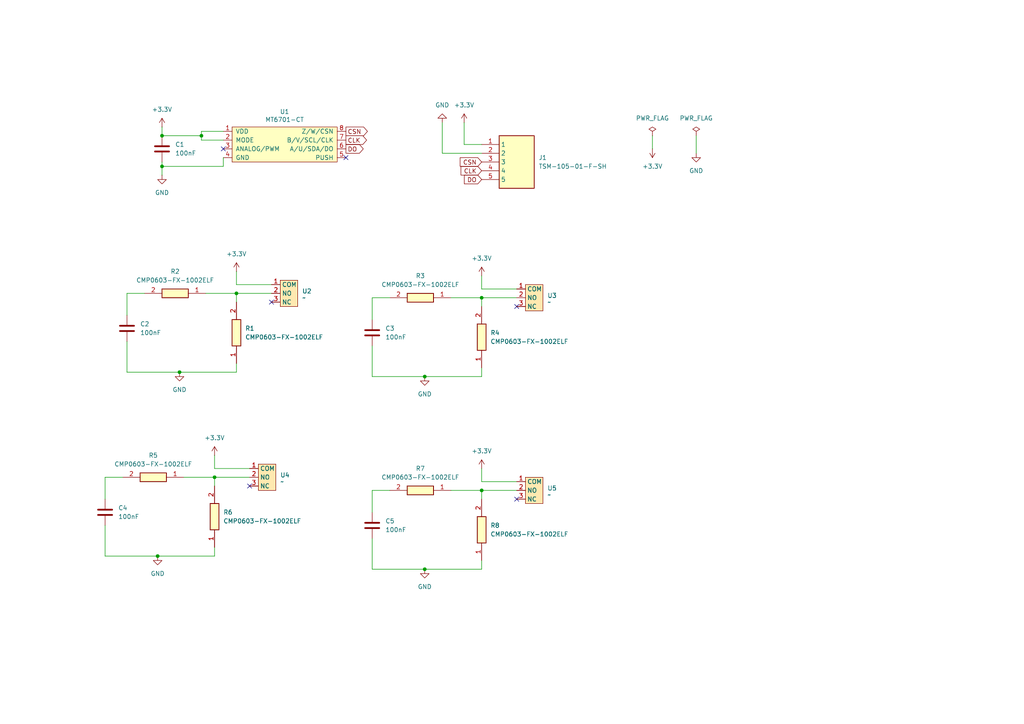
<source format=kicad_sch>
(kicad_sch (version 20231120) (generator "eeschema") (generator_version "8.0")
  (paper "A4")
  (lib_symbols
    (symbol "Device:C" (pin_numbers hide) (pin_names (offset 0.254))
      (property "Reference" "C" (at 0.635 2.54 0))
      (property "Value" "C" (at 0.635 -2.54 0))
      (symbol "C_0_1"
        (polyline (pts (xy -2.032 -0.762) (xy 2.032 -0.762)) (stroke (width 0.508)))
        (polyline (pts (xy -2.032 0.762) (xy 2.032 0.762)) (stroke (width 0.508)))
      )
      (symbol "C_1_1"
        (pin passive line (at 0 3.81 270) (length 2.794) (name "~") (number "1"))
        (pin passive line (at 0 -3.81 90) (length 2.794) (name "~") (number "2"))
      )
    )
    (symbol "MagnTek:MT6701-CT" (pin_names (offset 1.016))
      (property "Reference" "U" (at -12.7 6.35 0))
      (property "Value" "MT6701-CT" (at 0 6.35 0))
      (symbol "MT6701-CT_0_1"
        (rectangle (start -13.97 5.08) (end 16.51 -5.08) (fill (type background)))
      )
      (symbol "MT6701-CT_1_1"
        (pin power_in line (at -16.51 3.81 0) (length 2.54) (name "VDD") (number "1"))
        (pin input line (at -16.51 1.27 0) (length 2.54) (name "MODE") (number "2"))
        (pin output line (at -16.51 -1.27 0) (length 2.54) (name "ANALOG/PWM") (number "3"))
        (pin power_in line (at -16.51 -3.81 0) (length 2.54) (name "GND") (number "4"))
        (pin output line (at 19.05 -3.81 180) (length 2.54) (name "PUSH") (number "5"))
        (pin bidirectional line (at 19.05 -1.27 180) (length 2.54) (name "A/U/SDA/DO") (number "6"))
        (pin bidirectional line (at 19.05 1.27 180) (length 2.54) (name "B/V/SCL/CLK") (number "7"))
        (pin bidirectional line (at 19.05 3.81 180) (length 2.54) (name "Z/W/CSN") (number "8"))
      )
    )
    (symbol "SamacSys_Parts:CMP0603-FX-1002ELF" (pin_names hide)
      (property "Reference" "R" (at 13.97 6.35 0))
      (property "Value" "CMP0603-FX-1002ELF" (at 13.97 3.81 0))
      (symbol "CMP0603-FX-1002ELF_1_1"
        (rectangle (start 5.08 1.27) (end 12.7 -1.27) (stroke (width 0.254)) (fill (type background)))
        (pin passive line (at 0 0 0) (length 5.08) (name "1") (number "1"))
        (pin passive line (at 17.78 0 180) (length 5.08) (name "2") (number "2"))
      )
    )
    (symbol "SamacSys_Parts:TSM-105-01-F-SH"
      (property "Reference" "J" (at 16.51 7.62 0))
      (property "Value" "TSM-105-01-F-SH" (at 16.51 5.08 0))
      (symbol "TSM-105-01-F-SH_1_1"
        (rectangle (start 5.08 2.54) (end 15.24 -12.7) (stroke (width 0.254)) (fill (type background)))
        (pin passive line (at 0 0 0) (length 5.08) (name "1") (number "1"))
        (pin passive line (at 0 -2.54 0) (length 5.08) (name "2") (number "2"))
        (pin passive line (at 0 -5.08 0) (length 5.08) (name "3") (number "3"))
        (pin passive line (at 0 -7.62 0) (length 5.08) (name "4") (number "4"))
        (pin passive line (at 0 -10.16 0) (length 5.08) (name "5") (number "5"))
      )
    )
    (symbol "SamacSys_Parts:microswitch"
      (property "Reference" "U" (at 7.366 6.096 0))
      (symbol "microswitch_1_1"
        (rectangle (start 5.08 5.08) (end 10.16 -2.54) (fill (type color) (color 255 233 176 1)))
        (pin input line (at 2.54 3.81 0) (length 2.54) (name "COM") (number "1"))
        (pin input line (at 2.54 1.27 0) (length 2.54) (name "NO") (number "2"))
        (pin input line (at 2.54 -1.27 0) (length 2.54) (name "NC") (number "3"))
      )
    )
    (symbol "power:+3.3V" (power) (pin_numbers hide) (pin_names (offset 0) hide)
      (property "Value" "+3.3V" (at 0 3.556 0))
      (symbol "+3.3V_0_1"
        (polyline (pts (xy -0.762 1.27) (xy 0 2.54)))
        (polyline (pts (xy 0 0) (xy 0 2.54)))
        (polyline (pts (xy 0 2.54) (xy 0.762 1.27)))
      )
      (symbol "+3.3V_1_1"
        (pin power_in line (at 0 0 90) (length 0) (name "~") (number "1"))
      )
    )
    (symbol "power:GND" (power) (pin_numbers hide) (pin_names (offset 0) hide)
      (property "Value" "GND" (at 0 -3.81 0))
      (symbol "GND_0_1"
        (polyline (pts (xy 0 0) (xy 0 -1.27) (xy 1.27 -1.27) (xy 0 -2.54) (xy -1.27 -1.27) (xy 0 -1.27)))
      )
      (symbol "GND_1_1"
        (pin power_in line (at 0 0 270) (length 0) (name "~") (number "1"))
      )
    )
    (symbol "power:PWR_FLAG" (power) (pin_numbers hide) (pin_names (offset 0) hide)
      (property "Value" "PWR_FLAG" (at 0 3.81 0))
      (symbol "PWR_FLAG_0_0"
        (pin power_out line (at 0 0 90) (length 0) (name "pwr") (number "1"))
      )
      (symbol "PWR_FLAG_0_1"
        (polyline (pts (xy 0 0) (xy 0 1.27) (xy -1.016 1.905) (xy 0 2.54) (xy 1.016 1.905) (xy 0 1.27)))
      )
    )
  )
  (junction (at 68.58 85.09))
  (junction (at 123.19 165.1))
  (junction (at 139.7 86.36))
  (junction (at 139.7 142.24))
  (junction (at 52.07 107.95))
  (junction (at 62.23 138.43))
  (junction (at 46.99 39.37))
  (junction (at 45.72 161.29))
  (junction (at 46.99 48.26))
  (junction (at 123.19 109.22))
  (junction (at 58.42 39.37))
  (no_connect (at 149.86 88.9))
  (no_connect (at 100.33 45.72))
  (no_connect (at 72.39 140.97))
  (no_connect (at 149.86 144.78))
  (no_connect (at 78.74 87.63))
  (no_connect (at 64.77 43.18))
  (wire (pts (xy 58.42 39.37) (xy 46.99 39.37)))
  (wire (pts (xy 139.7 165.1) (xy 139.7 162.56)))
  (wire (pts (xy 107.95 109.22) (xy 123.19 109.22)))
  (wire (pts (xy 139.7 80.01) (xy 139.7 83.82)))
  (wire (pts (xy 58.42 38.1) (xy 58.42 39.37)))
  (wire (pts (xy 59.69 85.09) (xy 68.58 85.09)))
  (wire (pts (xy 139.7 88.9) (xy 139.7 86.36)))
  (wire (pts (xy 201.93 39.37) (xy 201.93 44.45)))
  (wire (pts (xy 123.19 109.22) (xy 139.7 109.22)))
  (wire (pts (xy 139.7 144.78) (xy 139.7 142.24)))
  (wire (pts (xy 189.23 43.18) (xy 189.23 39.37)))
  (wire (pts (xy 62.23 138.43) (xy 72.39 138.43)))
  (wire (pts (xy 62.23 161.29) (xy 62.23 158.75)))
  (wire (pts (xy 30.48 138.43) (xy 35.56 138.43)))
  (wire (pts (xy 107.95 165.1) (xy 123.19 165.1)))
  (wire (pts (xy 107.95 92.71) (xy 107.95 86.36)))
  (wire (pts (xy 107.95 100.33) (xy 107.95 109.22)))
  (wire (pts (xy 46.99 36.83) (xy 46.99 39.37)))
  (wire (pts (xy 107.95 86.36) (xy 113.03 86.36)))
  (wire (pts (xy 139.7 86.36) (xy 149.86 86.36)))
  (wire (pts (xy 36.83 107.95) (xy 52.07 107.95)))
  (wire (pts (xy 53.34 138.43) (xy 62.23 138.43)))
  (wire (pts (xy 123.19 165.1) (xy 139.7 165.1)))
  (wire (pts (xy 46.99 46.99) (xy 46.99 48.26)))
  (wire (pts (xy 130.81 86.36) (xy 139.7 86.36)))
  (wire (pts (xy 30.48 152.4) (xy 30.48 161.29)))
  (wire (pts (xy 46.99 48.26) (xy 46.99 50.8)))
  (wire (pts (xy 45.72 161.29) (xy 62.23 161.29)))
  (wire (pts (xy 68.58 85.09) (xy 78.74 85.09)))
  (wire (pts (xy 139.7 139.7) (xy 149.86 139.7)))
  (wire (pts (xy 130.81 142.24) (xy 139.7 142.24)))
  (wire (pts (xy 68.58 107.95) (xy 68.58 105.41)))
  (wire (pts (xy 68.58 82.55) (xy 78.74 82.55)))
  (wire (pts (xy 36.83 99.06) (xy 36.83 107.95)))
  (wire (pts (xy 134.62 35.56) (xy 134.62 41.91)))
  (wire (pts (xy 62.23 132.08) (xy 62.23 135.89)))
  (wire (pts (xy 128.27 44.45) (xy 139.7 44.45)))
  (wire (pts (xy 64.77 40.64) (xy 58.42 40.64)))
  (wire (pts (xy 139.7 83.82) (xy 149.86 83.82)))
  (wire (pts (xy 62.23 135.89) (xy 72.39 135.89)))
  (wire (pts (xy 107.95 148.59) (xy 107.95 142.24)))
  (wire (pts (xy 30.48 144.78) (xy 30.48 138.43)))
  (wire (pts (xy 64.77 38.1) (xy 58.42 38.1)))
  (wire (pts (xy 36.83 91.44) (xy 36.83 85.09)))
  (wire (pts (xy 36.83 85.09) (xy 41.91 85.09)))
  (wire (pts (xy 134.62 41.91) (xy 139.7 41.91)))
  (wire (pts (xy 128.27 35.56) (xy 128.27 44.45)))
  (wire (pts (xy 52.07 107.95) (xy 68.58 107.95)))
  (wire (pts (xy 107.95 156.21) (xy 107.95 165.1)))
  (wire (pts (xy 139.7 142.24) (xy 149.86 142.24)))
  (wire (pts (xy 139.7 135.89) (xy 139.7 139.7)))
  (wire (pts (xy 46.99 48.26) (xy 64.77 48.26)))
  (wire (pts (xy 30.48 161.29) (xy 45.72 161.29)))
  (wire (pts (xy 107.95 142.24) (xy 113.03 142.24)))
  (wire (pts (xy 64.77 45.72) (xy 64.77 48.26)))
  (wire (pts (xy 68.58 78.74) (xy 68.58 82.55)))
  (wire (pts (xy 139.7 109.22) (xy 139.7 106.68)))
  (wire (pts (xy 58.42 40.64) (xy 58.42 39.37)))
  (wire (pts (xy 62.23 140.97) (xy 62.23 138.43)))
  (wire (pts (xy 68.58 87.63) (xy 68.58 85.09)))
  (global_label "DO" (shape input) (at 139.7 52.07 180) (property "Intersheetrefs" "${INTERSHEET_REFS}" (effects (hide yes))))
  (global_label "CLK" (shape output) (at 100.33 40.64 0) (property "Intersheetrefs" "${INTERSHEET_REFS}" (effects (hide yes))))
  (global_label "CSN" (shape input) (at 139.7 46.99 180) (property "Intersheetrefs" "${INTERSHEET_REFS}" (effects (hide yes))))
  (global_label "CSN" (shape output) (at 100.33 38.1 0) (property "Intersheetrefs" "${INTERSHEET_REFS}" (effects (hide yes))))
  (global_label "CLK" (shape input) (at 139.7 49.53 180) (property "Intersheetrefs" "${INTERSHEET_REFS}" (effects (hide yes))))
  (global_label "DO" (shape output) (at 100.33 43.18 0) (property "Intersheetrefs" "${INTERSHEET_REFS}" (effects (hide yes))))
  (symbol (lib_id "Device:C") (at 107.95 152.4 0) (unit 1)
    (property "Reference" "C5" (at 111.76 151.1299 0) (effects (justify left)))
    (property "Value" "100nF" (at 111.76 153.6699 0) (effects (justify left)))
    (property "Footprint" "Capacitor_SMD:C_0201_0603Metric" (effects (hide yes)))
    (property "Description" "Unpolarized capacitor" (effects (hide yes)))
    (property "Manufacturer No" "CL10B104KB8NNWC" (effects (hide yes)))
  )
  (symbol (lib_id "SamacSys_Parts:CMP0603-FX-1002ELF") (at 139.7 106.68 90) (unit 1)
    (property "Reference" "R4" (at 142.24 96.5199 90) (effects (justify right)))
    (property "Value" "CMP0603-FX-1002ELF" (at 142.24 99.0599 90) (effects (justify right)))
    (property "Footprint" "RESC1608X55N" (effects (hide yes)))
    (property "Datasheet" "https://ms.componentsearchengine.com/Datasheets/2/CMP0603-FX-1002ELF.pdf" (effects (hide yes)))
    (property "Description" "BOURNS - CMP0603-FX-1002ELF - RES, 10K, 1%, 0.25W, 0603, THICK FILM" (effects (hide yes)))
    (property "Height" "0.55" (effects (hide yes)))
    (property "Mouser Part Number" "652-CMP0603-FX-1002L" (effects (hide yes)))
    (property "Mouser Price/Stock" "https://www.mouser.co.uk/ProductDetail/Bourns/CMP0603-FX-1002ELF?qs=TiOZkKH1s2RjiDXhjsUTgw%3D%3D" (effects (hide yes)))
    (property "Manufacturer_Name" "Bourns" (effects (hide yes)))
    (property "Manufacturer_Part_Number" "CMP0603-FX-1002ELF" (effects (hide yes)))
  )
  (symbol (lib_id "power:PWR_FLAG") (at 201.93 39.37 0) (unit 1)
    (property "Reference" "#FLG02" (effects (hide yes)))
    (property "Value" "PWR_FLAG" (at 201.93 34.29 0))
  )
  (symbol (lib_id "power:+3.3V") (at 68.58 78.74 0) (unit 1)
    (property "Reference" "#PWR06" (effects (hide yes)))
    (property "Value" "+3.3V" (at 68.58 73.66 0))
    (property "Description" "Power symbol creates a global label with name \"+3.3V\"" (effects (hide yes)))
  )
  (symbol (lib_id "SamacSys_Parts:microswitch") (at 147.32 143.51 0) (unit 1)
    (property "Reference" "U5" (at 158.75 141.6049 0) (effects (justify left)))
    (property "Value" "~" (at 158.75 143.51 0) (effects (justify left)))
    (property "Footprint" "SamacSys_Parts:microswitch" (effects (hide yes)))
    (property "Description" "Up to 500 mA" (effects (hide yes)))
    (property "Manufacturer No" "AV4444" (effects (hide yes)))
  )
  (symbol (lib_id "power:+3.3V") (at 134.62 35.56 0) (unit 1)
    (property "Reference" "#PWR04" (effects (hide yes)))
    (property "Value" "+3.3V" (at 134.62 30.48 0))
    (property "Description" "Power symbol creates a global label with name \"+3.3V\"" (effects (hide yes)))
  )
  (symbol (lib_id "Device:C") (at 46.99 43.18 0) (unit 1)
    (property "Reference" "C1" (at 50.8 41.9099 0) (effects (justify left)))
    (property "Value" "100nF" (at 50.8 44.4499 0) (effects (justify left)))
    (property "Footprint" "Capacitor_SMD:C_0201_0603Metric" (effects (hide yes)))
    (property "Description" "Unpolarized capacitor" (effects (hide yes)))
    (property "Manufacturer No" "CL10B104KB8NNWC" (effects (hide yes)))
  )
  (symbol (lib_id "SamacSys_Parts:CMP0603-FX-1002ELF") (at 139.7 162.56 90) (unit 1)
    (property "Reference" "R8" (at 142.24 152.3999 90) (effects (justify right)))
    (property "Value" "CMP0603-FX-1002ELF" (at 142.24 154.9399 90) (effects (justify right)))
    (property "Footprint" "RESC1608X55N" (effects (hide yes)))
    (property "Datasheet" "https://ms.componentsearchengine.com/Datasheets/2/CMP0603-FX-1002ELF.pdf" (effects (hide yes)))
    (property "Description" "BOURNS - CMP0603-FX-1002ELF - RES, 10K, 1%, 0.25W, 0603, THICK FILM" (effects (hide yes)))
    (property "Height" "0.55" (effects (hide yes)))
    (property "Mouser Part Number" "652-CMP0603-FX-1002L" (effects (hide yes)))
    (property "Mouser Price/Stock" "https://www.mouser.co.uk/ProductDetail/Bourns/CMP0603-FX-1002ELF?qs=TiOZkKH1s2RjiDXhjsUTgw%3D%3D" (effects (hide yes)))
    (property "Manufacturer_Name" "Bourns" (effects (hide yes)))
    (property "Manufacturer_Part_Number" "CMP0603-FX-1002ELF" (effects (hide yes)))
  )
  (symbol (lib_id "power:GND") (at 45.72 161.29 0) (unit 1)
    (property "Reference" "#PWR010" (effects (hide yes)))
    (property "Value" "GND" (at 45.72 166.37 0))
    (property "Description" "Power symbol creates a global label with name \"GND\" , ground" (effects (hide yes)))
  )
  (symbol (lib_id "SamacSys_Parts:CMP0603-FX-1002ELF") (at 62.23 158.75 90) (unit 1)
    (property "Reference" "R6" (at 64.77 148.5899 90) (effects (justify right)))
    (property "Value" "CMP0603-FX-1002ELF" (at 64.77 151.1299 90) (effects (justify right)))
    (property "Footprint" "RESC1608X55N" (effects (hide yes)))
    (property "Datasheet" "https://ms.componentsearchengine.com/Datasheets/2/CMP0603-FX-1002ELF.pdf" (effects (hide yes)))
    (property "Description" "BOURNS - CMP0603-FX-1002ELF - RES, 10K, 1%, 0.25W, 0603, THICK FILM" (effects (hide yes)))
    (property "Height" "0.55" (effects (hide yes)))
    (property "Mouser Part Number" "652-CMP0603-FX-1002L" (effects (hide yes)))
    (property "Mouser Price/Stock" "https://www.mouser.co.uk/ProductDetail/Bourns/CMP0603-FX-1002ELF?qs=TiOZkKH1s2RjiDXhjsUTgw%3D%3D" (effects (hide yes)))
    (property "Manufacturer_Name" "Bourns" (effects (hide yes)))
    (property "Manufacturer_Part_Number" "CMP0603-FX-1002ELF" (effects (hide yes)))
  )
  (symbol (lib_id "power:GND") (at 201.93 44.45 0) (unit 1)
    (property "Reference" "#PWR014" (effects (hide yes)))
    (property "Value" "GND" (at 201.93 49.53 0))
    (property "Description" "Power symbol creates a global label with name \"GND\" , ground" (effects (hide yes)))
  )
  (symbol (lib_id "SamacSys_Parts:CMP0603-FX-1002ELF") (at 130.81 142.24 180) (unit 1)
    (property "Reference" "R7" (at 121.92 135.89 0))
    (property "Value" "CMP0603-FX-1002ELF" (at 121.92 138.43 0))
    (property "Footprint" "RESC1608X55N" (effects (hide yes)))
    (property "Datasheet" "https://ms.componentsearchengine.com/Datasheets/2/CMP0603-FX-1002ELF.pdf" (effects (hide yes)))
    (property "Description" "BOURNS - CMP0603-FX-1002ELF - RES, 10K, 1%, 0.25W, 0603, THICK FILM" (effects (hide yes)))
    (property "Height" "0.55" (effects (hide yes)))
    (property "Mouser Part Number" "652-CMP0603-FX-1002L" (effects (hide yes)))
    (property "Mouser Price/Stock" "https://www.mouser.co.uk/ProductDetail/Bourns/CMP0603-FX-1002ELF?qs=TiOZkKH1s2RjiDXhjsUTgw%3D%3D" (effects (hide yes)))
    (property "Manufacturer_Name" "Bourns" (effects (hide yes)))
    (property "Manufacturer_Part_Number" "CMP0603-FX-1002ELF" (effects (hide yes)))
  )
  (symbol (lib_id "Device:C") (at 30.48 148.59 0) (unit 1)
    (property "Reference" "C4" (at 34.29 147.3199 0) (effects (justify left)))
    (property "Value" "100nF" (at 34.29 149.8599 0) (effects (justify left)))
    (property "Footprint" "Capacitor_SMD:C_0201_0603Metric" (effects (hide yes)))
    (property "Description" "Unpolarized capacitor" (effects (hide yes)))
    (property "Manufacturer No" "CL10B104KB8NNWC" (effects (hide yes)))
  )
  (symbol (lib_id "power:GND") (at 123.19 109.22 0) (unit 1)
    (property "Reference" "#PWR08" (effects (hide yes)))
    (property "Value" "GND" (at 123.19 114.3 0))
    (property "Description" "Power symbol creates a global label with name \"GND\" , ground" (effects (hide yes)))
  )
  (symbol (lib_id "SamacSys_Parts:CMP0603-FX-1002ELF") (at 68.58 105.41 90) (unit 1)
    (property "Reference" "R1" (at 71.12 95.2499 90) (effects (justify right)))
    (property "Value" "CMP0603-FX-1002ELF" (at 71.12 97.7899 90) (effects (justify right)))
    (property "Footprint" "RESC1608X55N" (effects (hide yes)))
    (property "Datasheet" "https://ms.componentsearchengine.com/Datasheets/2/CMP0603-FX-1002ELF.pdf" (effects (hide yes)))
    (property "Description" "BOURNS - CMP0603-FX-1002ELF - RES, 10K, 1%, 0.25W, 0603, THICK FILM" (effects (hide yes)))
    (property "Height" "0.55" (effects (hide yes)))
    (property "Mouser Part Number" "652-CMP0603-FX-1002L" (effects (hide yes)))
    (property "Mouser Price/Stock" "https://www.mouser.co.uk/ProductDetail/Bourns/CMP0603-FX-1002ELF?qs=TiOZkKH1s2RjiDXhjsUTgw%3D%3D" (effects (hide yes)))
    (property "Manufacturer_Name" "Bourns" (effects (hide yes)))
    (property "Manufacturer_Part_Number" "CMP0603-FX-1002ELF" (effects (hide yes)))
  )
  (symbol (lib_id "power:+3.3V") (at 62.23 132.08 0) (unit 1)
    (property "Reference" "#PWR011" (effects (hide yes)))
    (property "Value" "+3.3V" (at 62.23 127 0))
    (property "Description" "Power symbol creates a global label with name \"+3.3V\"" (effects (hide yes)))
  )
  (symbol (lib_id "power:PWR_FLAG") (at 189.23 39.37 0) (unit 1)
    (property "Reference" "#FLG01" (effects (hide yes)))
    (property "Value" "PWR_FLAG" (at 189.23 34.29 0))
  )
  (symbol (lib_id "SamacSys_Parts:TSM-105-01-F-SH") (at 139.7 41.91 0) (unit 1)
    (property "Reference" "J1" (at 156.21 45.7199 0) (effects (justify left)))
    (property "Value" "TSM-105-01-F-SH" (at 156.21 48.2599 0) (effects (justify left)))
    (property "Footprint" "TSM-105-YY-ZZZ-SH" (effects (hide yes)))
    (property "Datasheet" "https://componentsearchengine.com/Datasheets/1/TSM-105-01-F-SH.pdf" (effects (hide yes)))
    (property "Description" "5 Position, Dual-Row, .100&quot; Surface Mount Terminal Strip, Single-Row Vertical" (effects (hide yes)))
    (property "Mouser Part Number" "200-TSM10501FSH" (effects (hide yes)))
    (property "Mouser Price/Stock" "https://www.mouser.com/Search/Refine.aspx?Keyword=200-TSM10501FSH" (effects (hide yes)))
    (property "Manufacturer_Name" "SAMTEC" (effects (hide yes)))
    (property "Manufacturer_Part_Number" "TSM-105-01-F-SH" (effects (hide yes)))
  )
  (symbol (lib_id "Device:C") (at 36.83 95.25 0) (unit 1)
    (property "Reference" "C2" (at 40.64 93.9799 0) (effects (justify left)))
    (property "Value" "100nF" (at 40.64 96.5199 0) (effects (justify left)))
    (property "Footprint" "Capacitor_SMD:C_0201_0603Metric" (effects (hide yes)))
    (property "Description" "Unpolarized capacitor" (effects (hide yes)))
    (property "Manufacturer No" "CL10B104KB8NNWC" (effects (hide yes)))
  )
  (symbol (lib_id "SamacSys_Parts:CMP0603-FX-1002ELF") (at 130.81 86.36 180) (unit 1)
    (property "Reference" "R3" (at 121.92 80.01 0))
    (property "Value" "CMP0603-FX-1002ELF" (at 121.92 82.55 0))
    (property "Footprint" "RESC1608X55N" (effects (hide yes)))
    (property "Datasheet" "https://ms.componentsearchengine.com/Datasheets/2/CMP0603-FX-1002ELF.pdf" (effects (hide yes)))
    (property "Description" "BOURNS - CMP0603-FX-1002ELF - RES, 10K, 1%, 0.25W, 0603, THICK FILM" (effects (hide yes)))
    (property "Height" "0.55" (effects (hide yes)))
    (property "Mouser Part Number" "652-CMP0603-FX-1002L" (effects (hide yes)))
    (property "Mouser Price/Stock" "https://www.mouser.co.uk/ProductDetail/Bourns/CMP0603-FX-1002ELF?qs=TiOZkKH1s2RjiDXhjsUTgw%3D%3D" (effects (hide yes)))
    (property "Manufacturer_Name" "Bourns" (effects (hide yes)))
    (property "Manufacturer_Part_Number" "CMP0603-FX-1002ELF" (effects (hide yes)))
  )
  (symbol (lib_id "power:GND") (at 46.99 50.8 0) (unit 1)
    (property "Reference" "#PWR02" (effects (hide yes)))
    (property "Value" "GND" (at 46.99 55.88 0))
    (property "Description" "Power symbol creates a global label with name \"GND\" , ground" (effects (hide yes)))
  )
  (symbol (lib_id "power:GND") (at 128.27 35.56 180) (unit 1)
    (property "Reference" "#PWR03" (effects (hide yes)))
    (property "Value" "GND" (at 128.27 30.48 0))
    (property "Description" "Power symbol creates a global label with name \"GND\" , ground" (effects (hide yes)))
  )
  (symbol (lib_id "SamacSys_Parts:microswitch") (at 76.2 86.36 0) (unit 1)
    (property "Reference" "U2" (at 87.63 84.4549 0) (effects (justify left)))
    (property "Value" "~" (at 87.63 86.36 0) (effects (justify left)))
    (property "Footprint" "SamacSys_Parts:microswitch" (effects (hide yes)))
    (property "Description" "Up to 500 mA" (effects (hide yes)))
    (property "Manufacturer No" "AV4444" (effects (hide yes)))
  )
  (symbol (lib_id "SamacSys_Parts:microswitch") (at 147.32 87.63 0) (unit 1)
    (property "Reference" "U3" (at 158.75 85.7249 0) (effects (justify left)))
    (property "Value" "~" (at 158.75 87.63 0) (effects (justify left)))
    (property "Footprint" "SamacSys_Parts:microswitch" (effects (hide yes)))
    (property "Description" "Up to 500 mA" (effects (hide yes)))
    (property "Manufacturer No" "AV4444" (effects (hide yes)))
  )
  (symbol (lib_id "MagnTek:MT6701-CT") (at 81.28 41.91 0) (unit 1)
    (property "Reference" "U1" (at 82.55 32.385 0))
    (property "Value" "MT6701-CT" (at 82.55 34.6964 0))
    (property "Footprint" "Package_SO:SOIC-8_3.9x4.9mm_P1.27mm" (effects (hide yes)))
    (property "LCSC" "C2856764, or C3003196" (effects (hide yes)))
    (property "Digikey" "N/A" (effects (hide yes)))
    (property "Mouser" "N/A" (effects (hide yes)))
  )
  (symbol (lib_id "power:+3.3V") (at 139.7 80.01 0) (unit 1)
    (property "Reference" "#PWR09" (effects (hide yes)))
    (property "Value" "+3.3V" (at 139.7 74.93 0))
    (property "Description" "Power symbol creates a global label with name \"+3.3V\"" (effects (hide yes)))
  )
  (symbol (lib_id "SamacSys_Parts:microswitch") (at 69.85 139.7 0) (unit 1)
    (property "Reference" "U4" (at 81.28 137.7949 0) (effects (justify left)))
    (property "Value" "~" (at 81.28 139.7 0) (effects (justify left)))
    (property "Footprint" "SamacSys_Parts:microswitch" (effects (hide yes)))
    (property "Description" "Up to 500 mA" (effects (hide yes)))
    (property "Manufacturer No" "AV4444" (effects (hide yes)))
  )
  (symbol (lib_id "power:GND") (at 52.07 107.95 0) (unit 1)
    (property "Reference" "#PWR07" (effects (hide yes)))
    (property "Value" "GND" (at 52.07 113.03 0))
    (property "Description" "Power symbol creates a global label with name \"GND\" , ground" (effects (hide yes)))
  )
  (symbol (lib_id "SamacSys_Parts:CMP0603-FX-1002ELF") (at 59.69 85.09 180) (unit 1)
    (property "Reference" "R2" (at 50.8 78.74 0))
    (property "Value" "CMP0603-FX-1002ELF" (at 50.8 81.28 0))
    (property "Footprint" "RESC1608X55N" (effects (hide yes)))
    (property "Datasheet" "https://ms.componentsearchengine.com/Datasheets/2/CMP0603-FX-1002ELF.pdf" (effects (hide yes)))
    (property "Description" "BOURNS - CMP0603-FX-1002ELF - RES, 10K, 1%, 0.25W, 0603, THICK FILM" (effects (hide yes)))
    (property "Height" "0.55" (effects (hide yes)))
    (property "Mouser Part Number" "652-CMP0603-FX-1002L" (effects (hide yes)))
    (property "Mouser Price/Stock" "https://www.mouser.co.uk/ProductDetail/Bourns/CMP0603-FX-1002ELF?qs=TiOZkKH1s2RjiDXhjsUTgw%3D%3D" (effects (hide yes)))
    (property "Manufacturer_Name" "Bourns" (effects (hide yes)))
    (property "Manufacturer_Part_Number" "CMP0603-FX-1002ELF" (effects (hide yes)))
  )
  (symbol (lib_id "Device:C") (at 107.95 96.52 0) (unit 1)
    (property "Reference" "C3" (at 111.76 95.2499 0) (effects (justify left)))
    (property "Value" "100nF" (at 111.76 97.7899 0) (effects (justify left)))
    (property "Footprint" "Capacitor_SMD:C_0201_0603Metric" (effects (hide yes)))
    (property "Description" "Unpolarized capacitor" (effects (hide yes)))
    (property "Manufacturer No" "CL10B104KB8NNWC" (effects (hide yes)))
  )
  (symbol (lib_id "SamacSys_Parts:CMP0603-FX-1002ELF") (at 53.34 138.43 180) (unit 1)
    (property "Reference" "R5" (at 44.45 132.08 0))
    (property "Value" "CMP0603-FX-1002ELF" (at 44.45 134.62 0))
    (property "Footprint" "RESC1608X55N" (effects (hide yes)))
    (property "Datasheet" "https://ms.componentsearchengine.com/Datasheets/2/CMP0603-FX-1002ELF.pdf" (effects (hide yes)))
    (property "Description" "BOURNS - CMP0603-FX-1002ELF - RES, 10K, 1%, 0.25W, 0603, THICK FILM" (effects (hide yes)))
    (property "Height" "0.55" (effects (hide yes)))
    (property "Mouser Part Number" "652-CMP0603-FX-1002L" (effects (hide yes)))
    (property "Mouser Price/Stock" "https://www.mouser.co.uk/ProductDetail/Bourns/CMP0603-FX-1002ELF?qs=TiOZkKH1s2RjiDXhjsUTgw%3D%3D" (effects (hide yes)))
    (property "Manufacturer_Name" "Bourns" (effects (hide yes)))
    (property "Manufacturer_Part_Number" "CMP0603-FX-1002ELF" (effects (hide yes)))
  )
  (symbol (lib_id "power:+3.3V") (at 139.7 135.89 0) (unit 1)
    (property "Reference" "#PWR013" (effects (hide yes)))
    (property "Value" "+3.3V" (at 139.7 130.81 0))
    (property "Description" "Power symbol creates a global label with name \"+3.3V\"" (effects (hide yes)))
  )
  (symbol (lib_id "power:GND") (at 123.19 165.1 0) (unit 1)
    (property "Reference" "#PWR012" (effects (hide yes)))
    (property "Value" "GND" (at 123.19 170.18 0))
    (property "Description" "Power symbol creates a global label with name \"GND\" , ground" (effects (hide yes)))
  )
  (symbol (lib_id "power:+3.3V") (at 46.99 36.83 0) (unit 1)
    (property "Reference" "#PWR01" (effects (hide yes)))
    (property "Value" "+3.3V" (at 46.99 31.75 0))
    (property "Description" "Power symbol creates a global label with name \"+3.3V\"" (effects (hide yes)))
  )
  (symbol (lib_id "power:+3.3V") (at 189.23 43.18 180) (unit 1)
    (property "Reference" "#PWR05" (effects (hide yes)))
    (property "Value" "+3.3V" (at 189.23 48.26 0))
    (property "Description" "Power symbol creates a global label with name \"+3.3V\"" (effects (hide yes)))
  )
)
</source>
